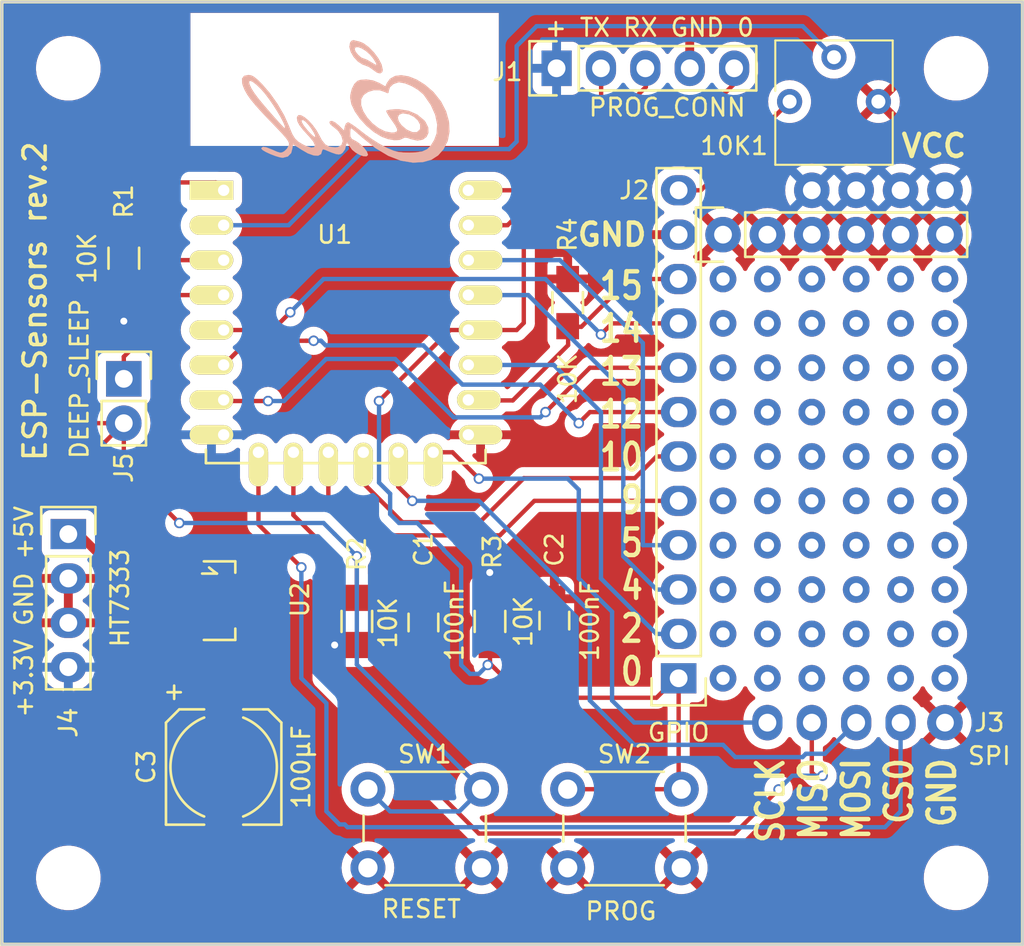
<source format=kicad_pcb>
(kicad_pcb (version 20221018) (generator pcbnew)
  (layers (0 "F.Cu" signal) (31 "B.Cu" signal) (34 "B.Paste" user) (35 "F.Paste" user) (36 "B.SilkS" user "B.Silkscreen") (37 "F.SilkS" user "F.Silkscreen") (38 "B.Mask" user) (39 "F.Mask" user) (44 "Edge.Cuts" user))
  (net 0 "")
  (net 1 "GND")
  (net 2 "Net-(10K1-Pad2)")
  (net 3 "/ANALOG_IN")
  (net 4 "Net-(C1-Pad1)")
  (net 5 "VCC")
  (net 6 "/TXD")
  (net 7 "/RXD")
  (net 8 "/GPIO0")
  (net 9 "/GPIO2")
  (net 10 "/GPIO4")
  (net 11 "/GPIO5")
  (net 12 "/GPIO9")
  (net 13 "/GPIO10")
  (net 14 "/GPIO12")
  (net 15 "/GPIO13")
  (net 16 "/GPIO14")
  (net 17 "/GPIO15")
  (net 18 "/CS0")
  (net 19 "/MOSI")
  (net 20 "/MISO")
  (net 21 "/SLCK")
  (net 22 "Net-(J4-Pad1)")
  (net 23 "Net-(R1-Pad1)")
  (net 24 "Net-(J5-Pad1)")
  (footprint "Capacitors_SMD:C_0805_HandSoldering" (layer "F.Cu") (at 131.445 97.135 -90)
    (fp_text reference "C1" (at -4.171 0 270) (layer "F.SilkS"))
    (fp_text value "100nF" (at -0.107 -1.778 270) (layer "F.SilkS"))
    (pad "1" smd rect (at -1.25 0 270) (size 1.5 1.25) (layers "F.Cu" "F.Paste" "F.Mask") (net 4 "Net-(C1-Pad1)"))
    (pad "2" smd rect (at 1.25 0 270) (size 1.5 1.25) (layers "F.Cu" "F.Paste" "F.Mask") (net 1 "GND"))
  )
  (footprint "Capacitors_SMD:C_0805_HandSoldering" (layer "F.Cu") (at 138.938 97.028 90)
    (fp_text reference "C2" (at 4.064 0 90) (layer "F.SilkS"))
    (fp_text value "100nF" (at 0 2.032 90) (layer "F.SilkS"))
    (pad "1" smd rect (at -1.25 0 90) (size 1.5 1.25) (layers "F.Cu" "F.Paste" "F.Mask") (net 5 "VCC"))
    (pad "2" smd rect (at 1.25 0 90) (size 1.5 1.25) (layers "F.Cu" "F.Paste" "F.Mask") (net 1 "GND"))
  )
  (footprint "Capacitors_SMD:c_elec_6.3x7.7" (layer "F.Cu") (at 120.015 105.41 -90)
    (fp_text reference "C3" (at 0 4.4323 270) (layer "F.SilkS"))
    (fp_text value "100µF" (at 0 -4.4323 270) (layer "F.SilkS"))
    (fp_text user "+" (at -4.2799 2.9083 270) (layer "F.SilkS"))
    (pad "1" smd rect (at -2.7 0 90) (size 3.5 1.6) (layers "F.Cu" "F.Paste" "F.Mask") (net 5 "VCC"))
    (pad "2" smd rect (at 2.7 0 90) (size 3.5 1.6) (layers "F.Cu" "F.Paste" "F.Mask") (net 1 "GND"))
  )
  (footprint "Pin_Headers:Pin_Header_Straight_1x12" (layer "F.Cu") (at 146.05 100.33 180)
    (fp_text reference "J2" (at 2.54 27.94 180) (layer "F.SilkS"))
    (fp_text value "GPIO" (at 0 -3.1 180) (layer "F.SilkS"))
    (pad "1" thru_hole rect (at 0 0 180) (size 2.032 1.7272) (drill 1.016) (layers "*.Cu" "*.Mask") (net 8 "/GPIO0"))
    (pad "2" thru_hole oval (at 0 2.54 180) (size 2.032 1.7272) (drill 1.016) (layers "*.Cu" "*.Mask") (net 9 "/GPIO2"))
    (pad "3" thru_hole oval (at 0 5.08 180) (size 2.032 1.7272) (drill 1.016) (layers "*.Cu" "*.Mask") (net 10 "/GPIO4"))
    (pad "4" thru_hole oval (at 0 7.62 180) (size 2.032 1.7272) (drill 1.016) (layers "*.Cu" "*.Mask") (net 11 "/GPIO5"))
    (pad "5" thru_hole oval (at 0 10.16 180) (size 2.032 1.7272) (drill 1.016) (layers "*.Cu" "*.Mask") (net 12 "/GPIO9"))
    (pad "6" thru_hole oval (at 0 12.7 180) (size 2.032 1.7272) (drill 1.016) (layers "*.Cu" "*.Mask") (net 13 "/GPIO10"))
    (pad "7" thru_hole oval (at 0 15.24 180) (size 2.032 1.7272) (drill 1.016) (layers "*.Cu" "*.Mask") (net 14 "/GPIO12"))
    (pad "8" thru_hole oval (at 0 17.78 180) (size 2.032 1.7272) (drill 1.016) (layers "*.Cu" "*.Mask") (net 15 "/GPIO13"))
    (pad "9" thru_hole oval (at 0 20.32 180) (size 2.032 1.7272) (drill 1.016) (layers "*.Cu" "*.Mask") (net 16 "/GPIO14"))
    (pad "10" thru_hole oval (at 0 22.86 180) (size 2.032 1.7272) (drill 1.016) (layers "*.Cu" "*.Mask") (net 17 "/GPIO15"))
    (pad "11" thru_hole oval (at 0 25.4 180) (size 2.032 1.7272) (drill 1.016) (layers "*.Cu" "*.Mask") (net 1 "GND"))
    (pad "12" thru_hole oval (at 0 27.94 180) (size 2.032 1.7272) (drill 1.016) (layers "*.Cu" "*.Mask") (net 3 "/ANALOG_IN"))
  )
  (footprint "Pin_Headers:Pin_Header_Straight_1x04" (layer "F.Cu") (at 111.125 92.075)
    (fp_text reference "J4" (at 0 10.795 90) (layer "F.SilkS"))
    (fp_text value "+3.3V GND +5V" (at -2.54 4.445 90) (layer "F.SilkS"))
    (pad "1" thru_hole rect (at 0 0) (size 2.032 1.7272) (drill 1.016) (layers "*.Cu" "*.Mask") (net 22 "Net-(J4-Pad1)"))
    (pad "2" thru_hole oval (at 0 2.54) (size 2.032 1.7272) (drill 1.016) (layers "*.Cu" "*.Mask") (net 1 "GND"))
    (pad "3" thru_hole oval (at 0 5.08) (size 2.032 1.7272) (drill 1.016) (layers "*.Cu" "*.Mask") (net 1 "GND"))
    (pad "4" thru_hole oval (at 0 7.62) (size 2.032 1.7272) (drill 1.016) (layers "*.Cu" "*.Mask") (net 5 "VCC"))
  )
  (footprint "Resistors_SMD:R_0805_HandSoldering" (layer "F.Cu") (at 114.3 76.28 -90)
    (fp_text reference "R1" (at -3.255 0 270) (layer "F.SilkS"))
    (fp_text value "10K" (at 0 2.1 270) (layer "F.SilkS"))
    (pad "1" smd rect (at -1.35 0 270) (size 1.5 1.3) (layers "F.Cu" "F.Paste" "F.Mask") (net 23 "Net-(R1-Pad1)"))
    (pad "2" smd rect (at 1.35 0 270) (size 1.5 1.3) (layers "F.Cu" "F.Paste" "F.Mask") (net 5 "VCC"))
  )
  (footprint "Resistors_SMD:R_0805_HandSoldering" (layer "F.Cu") (at 127.635 97.075 -90)
    (fp_text reference "R2" (at -3.857 0 270) (layer "F.SilkS"))
    (fp_text value "10K" (at 0.08 -1.778 270) (layer "F.SilkS"))
    (pad "1" smd rect (at -1.35 0 270) (size 1.5 1.3) (layers "F.Cu" "F.Paste" "F.Mask") (net 4 "Net-(C1-Pad1)"))
    (pad "2" smd rect (at 1.35 0 270) (size 1.5 1.3) (layers "F.Cu" "F.Paste" "F.Mask") (net 5 "VCC"))
  )
  (footprint "Resistors_SMD:R_0805_HandSoldering" (layer "F.Cu") (at 135.255 97.075 90)
    (fp_text reference "R3" (at 3.984 0.127 90) (layer "F.SilkS"))
    (fp_text value "10K" (at 0 1.905 90) (layer "F.SilkS"))
    (pad "1" smd rect (at -1.35 0 90) (size 1.5 1.3) (layers "F.Cu" "F.Paste" "F.Mask") (net 8 "/GPIO0"))
    (pad "2" smd rect (at 1.35 0 90) (size 1.5 1.3) (layers "F.Cu" "F.Paste" "F.Mask") (net 5 "VCC"))
  )
  (footprint "Buttons_Switches_THT:SW_PUSH_6mm" (layer "F.Cu") (at 128.27 106.68)
    (fp_text reference "SW1" (at 3.25 -2) (layer "F.SilkS"))
    (fp_text value "RESET" (at 3.048 6.858) (layer "F.SilkS"))
    (pad "1" thru_hole circle (at 0 0 90) (size 2 2) (drill 1.1) (layers "*.Cu" "*.Mask") (net 4 "Net-(C1-Pad1)"))
    (pad "1" thru_hole circle (at 6.5 0 90) (size 2 2) (drill 1.1) (layers "*.Cu" "*.Mask") (net 4 "Net-(C1-Pad1)"))
    (pad "2" thru_hole circle (at 0 4.5 90) (size 2 2) (drill 1.1) (layers "*.Cu" "*.Mask") (net 1 "GND"))
    (pad "2" thru_hole circle (at 6.5 4.5 90) (size 2 2) (drill 1.1) (layers "*.Cu" "*.Mask") (net 1 "GND"))
  )
  (footprint "Buttons_Switches_THT:SW_PUSH_6mm" (layer "F.Cu") (at 139.7 106.68)
    (fp_text reference "SW2" (at 3.25 -2) (layer "F.SilkS"))
    (fp_text value "PROG" (at 3.048 6.985) (layer "F.SilkS"))
    (pad "1" thru_hole circle (at 0 0 90) (size 2 2) (drill 1.1) (layers "*.Cu" "*.Mask") (net 8 "/GPIO0"))
    (pad "1" thru_hole circle (at 6.5 0 90) (size 2 2) (drill 1.1) (layers "*.Cu" "*.Mask") (net 8 "/GPIO0"))
    (pad "2" thru_hole circle (at 0 4.5 90) (size 2 2) (drill 1.1) (layers "*.Cu" "*.Mask") (net 1 "GND"))
    (pad "2" thru_hole circle (at 6.5 4.5 90) (size 2 2) (drill 1.1) (layers "*.Cu" "*.Mask") (net 1 "GND"))
  )
  (footprint "ESP8266:ESP-12E" (layer "F.Cu") (at 120.015 72.39)
    (fp_text reference "U1" (at 6.35 2.54) (layer "F.SilkS"))
    (fp_text value "ESP-12E" hide)
    (pad "1" thru_hole rect (at 0 0) (size 2.5 1.1) (drill 0.65 (offset -0.7 0)) (layers "*.Cu" "*.Mask" "F.SilkS") (net 4 "Net-(C1-Pad1)"))
    (pad "2" thru_hole oval (at 0 2) (size 2.5 1.1) (drill 0.65 (offset -0.7 0)) (layers "*.Cu" "*.Mask" "F.SilkS") (net 2 "Net-(10K1-Pad2)"))
    (pad "3" thru_hole oval (at 0 4) (size 2.5 1.1) (drill 0.65 (offset -0.7 0)) (layers "*.Cu" "*.Mask" "F.SilkS") (net 23 "Net-(R1-Pad1)"))
    (pad "4" thru_hole oval (at 0 6) (size 2.5 1.1) (drill 0.65 (offset -0.7 0)) (layers "*.Cu" "*.Mask" "F.SilkS") (net 24 "Net-(J5-Pad1)"))
    (pad "5" thru_hole oval (at 0 8) (size 2.5 1.1) (drill 0.65 (offset -0.7 0)) (layers "*.Cu" "*.Mask" "F.SilkS") (net 16 "/GPIO14"))
    (pad "6" thru_hole oval (at 0 10) (size 2.5 1.1) (drill 0.65 (offset -0.7 0)) (layers "*.Cu" "*.Mask" "F.SilkS") (net 14 "/GPIO12"))
    (pad "7" thru_hole oval (at 0 12) (size 2.5 1.1) (drill 0.65 (offset -0.7 0)) (layers "*.Cu" "*.Mask" "F.SilkS") (net 15 "/GPIO13"))
    (pad "8" thru_hole oval (at 0 14) (size 2.5 1.1) (drill 0.65 (offset -0.7 0)) (layers "*.Cu" "*.Mask" "F.SilkS") (net 5 "VCC"))
    (pad "9" thru_hole oval (at 14 14) (size 2.5 1.1) (drill 0.65 (offset 0.7 0)) (layers "*.Cu" "*.Mask" "F.SilkS") (net 1 "GND"))
    (pad "10" thru_hole oval (at 14 12) (size 2.5 1.1) (drill 0.65 (offset 0.6 0)) (layers "*.Cu" "*.Mask" "F.SilkS") (net 17 "/GPIO15"))
    (pad "11" thru_hole oval (at 14 10) (size 2.5 1.1) (drill 0.65 (offset 0.7 0)) (layers "*.Cu" "*.Mask" "F.SilkS") (net 9 "/GPIO2"))
    (pad "12" thru_hole oval (at 14 8) (size 2.5 1.1) (drill 0.65 (offset 0.7 0)) (layers "*.Cu" "*.Mask" "F.SilkS") (net 8 "/GPIO0"))
    (pad "13" thru_hole oval (at 14 6) (size 2.5 1.1) (drill 0.65 (offset 0.7 0)) (layers "*.Cu" "*.Mask" "F.SilkS") (net 10 "/GPIO4"))
    (pad "14" thru_hole oval (at 14 4) (size 2.5 1.1) (drill 0.65 (offset 0.7 0)) (layers "*.Cu" "*.Mask" "F.SilkS") (net 11 "/GPIO5"))
    (pad "15" thru_hole oval (at 14 2) (size 2.5 1.1) (drill 0.65 (offset 0.7 0)) (layers "*.Cu" "*.Mask" "F.SilkS") (net 7 "/RXD"))
    (pad "16" thru_hole oval (at 14 0) (size 2.5 1.1) (drill 0.65 (offset 0.7 0)) (layers "*.Cu" "*.Mask" "F.SilkS") (net 6 "/TXD"))
    (pad "17" thru_hole oval (at 1.99 15 90) (size 2.5 1.1) (drill 0.65 (offset -0.7 0)) (layers "*.Cu" "*.Mask" "F.SilkS") (net 18 "/CS0"))
    (pad "18" thru_hole oval (at 3.99 15 90) (size 2.5 1.1) (drill 0.65 (offset -0.7 0)) (layers "*.Cu" "*.Mask" "F.SilkS") (net 20 "/MISO"))
    (pad "19" thru_hole oval (at 5.99 15 90) (size 2.5 1.1) (drill 0.65 (offset -0.7 0)) (layers "*.Cu" "*.Mask" "F.SilkS") (net 12 "/GPIO9"))
    (pad "20" thru_hole oval (at 7.99 15 90) (size 2.5 1.1) (drill 0.65 (offset -0.7 0)) (layers "*.Cu" "*.Mask" "F.SilkS") (net 13 "/GPIO10"))
    (pad "21" thru_hole oval (at 9.99 15 90) (size 2.5 1.1) (drill 0.65 (offset -0.7 0)) (layers "*.Cu" "*.Mask" "F.SilkS") (net 19 "/MOSI"))
    (pad "22" thru_hole oval (at 11.99 15 90) (size 2.5 1.1) (drill 0.65 (offset -0.7 0)) (layers "*.Cu" "*.Mask" "F.SilkS") (net 21 "/SLCK"))
  )
  (footprint "Mounting_Holes:MountingHole_3.2mm_M3" (layer "F.Cu") (at 111.125 65.405)
    (fp_text reference "REF**" hide)
    (fp_text value "MountingHole_3.2mm_M3" hide)
    (pad "" np_thru_hole circle (at 0 0) (size 3.2 3.2) (drill 3.2) (layers "*.Cu" "*.Mask"))
  )
  (footprint "Mounting_Holes:MountingHole_3.2mm_M3" (layer "F.Cu") (at 111.125 111.76)
    (fp_text reference "REF**" hide)
    (fp_text value "MountingHole_3.2mm_M3" hide)
    (pad "" np_thru_hole circle (at 0 0) (size 3.2 3.2) (drill 3.2) (layers "*.Cu" "*.Mask"))
  )
  (footprint "Mounting_Holes:MountingHole_3.2mm_M3" (layer "F.Cu") (at 161.925 65.405)
    (fp_text reference "REF**" hide)
    (fp_text value "MountingHole_3.2mm_M3" hide)
    (pad "" np_thru_hole circle (at 0 0) (size 3.2 3.2) (drill 3.2) (layers "*.Cu" "*.Mask"))
  )
  (footprint "Mounting_Holes:MountingHole_3.2mm_M3" (layer "F.Cu") (at 161.925 111.76)
    (fp_text reference "REF**" hide)
    (fp_text value "MountingHole_3.2mm_M3" hide)
    (pad "" np_thru_hole circle (at 0 0) (size 3.2 3.2) (drill 3.2) (layers "*.Cu" "*.Mask"))
  )
  (footprint "ESP-RS232:proto_grid_6x10" (layer "F.Cu") (at 152.908 74.93)
    (fp_text reference "" hide)
    (fp_text value "proto_grid_6x10" hide)
    (pad "1" thru_hole circle (at -4.318 2.54) (size 1.524 1.524) (drill 0.762) (layers "*.Cu" "*.Mask"))
    (pad "12" thru_hole circle (at -4.318 5.08) (size 1.524 1.524) (drill 0.762) (layers "*.Cu" "*.Mask"))
    (pad "13" thru_hole circle (at -4.318 7.62) (size 1.524 1.524) (drill 0.762) (layers "*.Cu" "*.Mask"))
    (pad "14" thru_hole circle (at -4.318 10.16) (size 1.524 1.524) (drill 0.762) (layers "*.Cu" "*.Mask"))
    (pad "15" thru_hole circle (at -4.318 12.7) (size 1.524 1.524) (drill 0.762) (layers "*.Cu" "*.Mask"))
    (pad "16" thru_hole circle (at -4.318 15.24) (size 1.524 1.524) (drill 0.762) (layers "*.Cu" "*.Mask"))
    (pad "17" thru_hole circle (at -4.318 17.78) (size 1.524 1.524) (drill 0.762) (layers "*.Cu" "*.Mask"))
    (pad "18" thru_hole circle (at -4.318 20.32) (size 1.524 1.524) (drill 0.762) (layers "*.Cu" "*.Mask"))
    (pad "19" thru_hole circle (at -4.318 22.86) (size 1.524 1.524) (drill 0.762) (layers "*.Cu" "*.Mask"))
    (pad "21" thru_hole circle (at -1.778 2.54) (size 1.524 1.524) (drill 0.762) (layers "*.Cu" "*.Mask"))
    (pad "22" thru_hole circle (at -1.778 5.08) (size 1.524 1.524) (drill 0.762) (layers "*.Cu" "*.Mask"))
    (pad "23" thru_hole circle (at -1.778 7.62) (size 1.524 1.524) (drill 0.762) (layers "*.Cu" "*.Mask"))
    (pad "24" thru_hole circle (at -1.778 10.16) (size 1.524 1.524) (drill 0.762) (layers "*.Cu" "*.Mask"))
    (pad "25" thru_hole circle (at -1.778 12.7) (size 1.524 1.524) (drill 0.762) (layers "*.Cu" "*.Mask"))
    (pad "26" thru_hole circle (at -1.778 15.24) (size 1.524 1.524) (drill 0.762) (layers "*.Cu" "*.Mask"))
    (pad "27" thru_hole circle (at -1.778 17.78) (size 1.524 1.524) (drill 0.762) (layers "*.Cu" "*.Mask"))
    (pad "28" thru_hole circle (at -1.778 20.32) (size 1.524 1.524) (drill 0.762) (layers "*.Cu" "*.Mask"))
    (pad "29" thru_hole circle (at -1.778 22.86) (size 1.524 1.524) (drill 0.762) (layers "*.Cu" "*.Mask"))
    (pad "31" thru_hole circle (at 0.762 2.54) (size 1.524 1.524) (drill 0.762) (layers "*.Cu" "*.Mask"))
    (pad "32" thru_hole circle (at 0.762 5.08) (size 1.524 1.524) (drill 0.762) (layers "*.Cu" "*.Mask"))
    (pad "33" thru_hole circle (at 0.762 7.62) (size 1.524 1.524) (drill 0.762) (layers "*.Cu" "*.Mask"))
    (pad "34" thru_hole circle (at 0.762 10.16) (size 1.524 1.524) (drill 0.762) (layers "*.Cu" "*.Mask"))
    (pad "35" thru_hole circle (at 0.762 12.7) (size 1.524 1.524) (drill 0.762) (layers "*.Cu" "*.Mask"))
    (pad "36" thru_hole circle (at 0.762 15.24) (size 1.524 1.524) (drill 0.762) (layers "*.Cu" "*.Mask"))
    (pad "37" thru_hole circle (at 0.762 17.78) (size 1.524 1.524) (drill 0.762) (layers "*.Cu" "*.Mask"))
    (pad "38" thru_hole circle (at 0.762 20.32) (size 1.524 1.524) (drill 0.762) (layers "*.Cu" "*.Mask"))
    (pad "39" thru_hole circle (at 0.762 22.86) (size 1.524 1.524) (drill 0.762) (layers "*.Cu" "*.Mask"))
    (pad "41" thru_hole circle (at 3.302 2.54) (size 1.524 1.524) (drill 0.762) (layers "*.Cu" "*.Mask"))
    (pad "42" thru_hole circle (at 3.302 5.08) (size 1.524 1.524) (drill 0.762) (layers "*.Cu" "*.Mask"))
    (pad "43" thru_hole circle (at 3.302 7.62) (size 1.524 1.524) (drill 0.762) (layers "*.Cu" "*.Mask"))
    (pad "44" thru_hole circle (at 3.302 10.16) (size 1.524 1.524) (drill 0.762) (layers "*.Cu" "*.Mask"))
    (pad "45" thru_hole circle (at 3.302 12.7) (size 1.524 1.524) (drill 0.762) (layers "*.Cu" "*.Mask"))
    (pad "46" thru_hole circle (at 3.302 15.24) (size 1.524 1.524) (drill 0.762) (layers "*.Cu" "*.Mask"))
    (pad "47" thru_hole circle (at 3.302 17.78) (size 1.524 1.524) (drill 0.762) (layers "*.Cu" "*.Mask"))
    (pad "48" thru_hole circle (at 3.302 20.32) (size 1.524 1.524) (drill 0.762) (layers "*.Cu" "*.Mask"))
    (pad "49" thru_hole circle (at 3.302 22.86) (size 1.524 1.524) (drill 0.762) (layers "*.Cu" "*.Mask"))
    (pad "51" thru_hole circle (at 5.842 2.54) (size 1.524 1.524) (drill 0.762) (layers "*.Cu" "*.Mask"))
    (pad "52" thru_hole circle (at 5.842 5.08) (size 1.524 1.524) (drill 0.762) (layers "*.Cu" "*.Mask"))
    (pad "53" thru_hole circle (at 5.842 7.62) (size 1.524 1.524) (drill 0.762) (layers "*.Cu" "*.Mask"))
    (pad "54" thru_hole circle (at 5.842 10.16) (size 1.524 1.524) (drill 0.762) (layers "*.Cu" "*.Mask"))
    (pad "55" thru_hole circle (at 5.842 12.7) (size 1.524 1.524) (drill 0.762) (layers "*.Cu" "*.Mask"))
    (pad "56" thru_hole circle (at 5.842 15.24) (size 1.524 1.524) (drill 0.762) (layers "*.Cu" "*.Mask"))
    (pad "57" thru_hole circle (at 5.842 17.78) (size 1.524 1.524) (drill 0.762) (layers "*.Cu" "*.Mask"))
    (pad "58" thru_hole circle (at 5.842 20.32) (size 1.524 1.524) (drill 0.762) (layers "*.Cu" "*.Mask"))
    (pad "59" thru_hole circle (at 5.842 22.86) (size 1.524 1.524) (drill 0.762) (layers "*.Cu" "*.Mask"))
    (pad "61" thru_hole circle (at 8.382 2.54) (size 1.524 1.524) (drill 0.762) (layers "*.Cu" "*.Mask"))
    (pad "62" thru_hole circle (at 8.382 5.08) (size 1.524 1.524) (drill 0.762) (layers "*.Cu" "*.Mask"))
    (pad "63" thru_hole circle (at 8.382 7.62) (size 1.524 1.524) (drill 0.762) (layers "*.Cu" "*.Mask"))
    (pad "64" thru_hole circle (at 8.382 10.16) (size 1.524 1.524) (drill 0.762) (layers "*.Cu" "*.Mask"))
    (pad "65" thru_hole circle (at 8.382 12.7) (size 1.524 1.524) (drill 0.762) (layers "*.Cu" "*.Mask"))
    (pad "66" thru_hole circle (at 8.382 15.24) (size 1.524 1.524) (drill 0.762) (layers "*.Cu" "*.Mask"))
    (pad "67" thru_hole circle (at 8.382 17.78) (size 1.524 1.524) (drill 0.762) (layers "*.Cu" "*.Mask"))
    (pad "68" thru_hole circle (at 8.382 20.32) (size 1.524 1.524) (drill 0.762) (layers "*.Cu" "*.Mask"))
    (pad "69" thru_hole circle (at 8.382 22.86) (size 1.524 1.524) (drill 0.762) (layers "*.Cu" "*.Mask"))
    (pad "110" thru_hole circle (at -4.318 25.4) (size 1.524 1.524) (drill 0.762) (layers "*.Cu" "*.Mask"))
    (pad "210" thru_hole circle (at -1.778 25.4) (size 1.524 1.524) (drill 0.762) (layers "*.Cu" "*.Mask"))
    (pad "310" thru_hole circle (at 0.762 25.4) (size 1.524 1.524) (drill 0.762) (layers "*.Cu" "*.Mask"))
    (pad "410" thru_hole circle (at 3.302 25.4) (size 1.524 1.524) (drill 0.762) (layers "*.Cu" "*.Mask"))
    (pad "510" thru_hole circle (at 5.842 25.4) (size 1.524 1.524) (drill 0.762) (layers "*.Cu" "*.Mask"))
    (pad "610" thru_hole circle (at 8.382 25.4) (size 1.524 1.524) (drill 0.762) (layers "*.Cu" "*.Mask"))
  )
  (footprint "Pin_Headers:Pin_Header_Straight_1x06" (layer "F.Cu") (at 148.59 74.93 90)
    (fp_text reference "REF**" hide)
    (fp_text value "GPIO" hide)
    (pad "1" thru_hole circle (at 0 0 90) (size 2.032 2.032) (drill 1.016) (layers "*.Cu" "*.Mask") (net 1 "GND"))
    (pad "2" thru_hole circle (at 0 2.54 90) (size 2.032 2.032) (drill 1.016) (layers "*.Cu" "*.Mask") (net 1 "GND"))
    (pad "3" thru_hole circle (at 0 5.08 90) (size 2.032 2.032) (drill 1.016) (layers "*.Cu" "*.Mask") (net 1 "GND"))
    (pad "4" thru_hole circle (at 0 7.62 90) (size 2.032 2.032) (drill 1.016) (layers "*.Cu" "*.Mask") (net 1 "GND"))
    (pad "5" thru_hole circle (at 0 10.16 90) (size 2.032 2.032) (drill 1.016) (layers "*.Cu" "*.Mask") (net 1 "GND"))
    (pad "6" thru_hole circle (at 0 12.7 90) (size 2.032 2.032) (drill 1.016) (layers "*.Cu" "*.Mask") (net 1 "GND"))
  )
  (footprint "Pin_Headers:Pin_Header_Straight_1x02" (layer "F.Cu") (at 114.3 83.185)
    (fp_text reference "J5" (at 0 5.1 90) (layer "F.SilkS"))
    (fp_text value "DEEP_SLEEP" (at -2.54 0 90) (layer "F.SilkS"))
    (pad "1" thru_hole rect (at 0 0) (size 2.032 2.032) (drill 1.016) (layers "*.Cu" "*.Mask") (net 24 "Net-(J5-Pad1)"))
    (pad "2" thru_hole oval (at 0 2.54) (size 2.032 2.032) (drill 1.016) (layers "*.Cu" "*.Mask") (net 4 "Net-(C1-Pad1)"))
  )
  (footprint "Potentiometers:Potentiometer_Trimmer_Vishay_T73YP_Horizontal" (layer "F.Cu") (at 157.48 67.31 90)
    (fp_text reference "10K1" (at -2.54 -8.255 180) (layer "F.SilkS"))
    (fp_text value "POT")
    (pad "1" thru_hole circle (at 0 0 90) (size 1.44 1.44) (drill 0.8) (layers "*.Cu" "*.Mask") (net 1 "GND"))
    (pad "2" thru_hole circle (at 2.54 -2.54 90) (size 1.44 1.44) (drill 0.8) (layers "*.Cu" "*.Mask") (net 2 "Net-(10K1-Pad2)"))
    (pad "3" thru_hole circle (at 0 -5.08 90) (size 1.44 1.44) (drill 0.8) (layers "*.Cu" "*.Mask") (net 3 "/ANALOG_IN"))
  )
  (footprint "ESP-RS232:SPI_Header" (layer "F.Cu") (at 161.29 102.87 -90)
    (fp_text reference "J3" (at 0 -2.54) (layer "F.SilkS"))
    (fp_text value "SPI" (at 1.905 -2.54) (layer "F.SilkS"))
    (pad "1" thru_hole circle (at 0 0 270) (size 2.032 2.032) (drill 1.016) (layers "*.Cu" "*.Mask") (net 1 "GND"))
    (pad "2" thru_hole oval (at 0 2.54 270) (size 2.032 1.7272) (drill 1.016) (layers "*.Cu" "*.Mask") (net 18 "/CS0"))
    (pad "3" thru_hole oval (at 0 5.08 270) (size 2.032 1.7272) (drill 1.016) (layers "*.Cu" "*.Mask") (net 19 "/MOSI"))
    (pad "4" thru_hole oval (at 0 7.62 270) (size 2.032 1.7272) (drill 1.016) (layers "*.Cu" "*.Mask") (net 20 "/MISO"))
    (pad "5" thru_hole oval (at 0 10.16 270) (size 2.032 1.7272) (drill 1.016) (layers "*.Cu" "*.Mask") (net 21 "/SLCK"))
  )
  (footprint "Pin_Headers:Pin_Header_Straight_1x06" (layer "F.Cu") (at 148.59 72.39 90)
    (fp_text reference "REF**" hide)
    (fp_text value "GPIO" hide)
    (pad "3" thru_hole circle (at 0 5.08 90) (size 2.032 2.032) (drill 1.016) (layers "*.Cu" "*.Mask") (net 5 "VCC"))
    (pad "4" thru_hole circle (at 0 7.62 90) (size 2.032 2.032) (drill 1.016) (layers "*.Cu" "*.Mask") (net 5 "VCC"))
    (pad "5" thru_hole circle (at 0 10.16 90) (size 2.032 2.032) (drill 1.016) (layers "*.Cu" "*.Mask") (net 5 "VCC"))
    (pad "6" thru_hole circle (at 0 12.7 90) (size 2.032 2.032) (drill 1.016) (layers "*.Cu" "*.Mask") (net 5 "VCC"))
  )
  (footprint "TO_SOT_Packages_SMD:SOT89-3_Housing_Handsoldering" (layer "F.Cu") (at 119.38 95.885 -90)
    (fp_text reference "U2" (at -0.0508 -5.00126 270) (layer "F.SilkS"))
    (fp_text value "HT7333" (at -0.14986 5.30098 270) (layer "F.SilkS"))
    (pad "1" smd rect (at -1.50114 2.35204 270) (size 1.00076 2.5019) (layers "F.Cu" "F.Paste" "F.Mask") (net 1 "GND"))
    (pad "2" smd rect (at 0 -1.6002 270) (size 1.99898 4.0005) (layers "F.Cu" "F.Paste" "F.Mask") (net 22 "Net-(J4-Pad1)"))
    (pad "2" smd trapezoid (at 0 0.7493 90) (size 1.50114 0.7493) (rect_delta 0 0.50038) (layers "F.Cu" "F.Paste" "F.Mask") (net 22 "Net-(J4-Pad1)"))
    (pad "2" smd rect (at 0 2.35204 270) (size 1.00076 2.5019) (layers "F.Cu" "F.Paste" "F.Mask") (net 22 "Net-(J4-Pad1)"))
    (pad "3" smd rect (at 1.50114 2.35204 270) (size 1.00076 2.5019) (layers "F.Cu" "F.Paste" "F.Mask") (net 5 "VCC"))
  )
  (footprint "Resistors_SMD:R_0805_HandSoldering" (layer "F.Cu") (at 139.7 78.82 -90)
    (fp_text reference "R4" (at -3.89 0 270) (layer "F.SilkS"))
    (fp_text value "10K" (at 4.365 0 270) (layer "F.SilkS"))
    (pad "1" smd rect (at -1.35 0 270) (size 1.5 1.3) (layers "F.Cu" "F.Paste" "F.Mask") (net 1 "GND"))
    (pad "2" smd rect (at 1.35 0 270) (size 1.5 1.3) (layers "F.Cu" "F.Paste" "F.Mask") (net 17 "/GPIO15"))
  )
  (footprint "ESP-RS232:Pin_Header_Straight_1x05b" (layer "F.Cu") (at 144.379852 62.057922)
    (fp_text reference "J1" (at -8.128 3.556 180) (layer "F.SilkS"))
    (fp_text value "PROG_CONN" (at 1.016 5.588 180) (layer "F.SilkS"))
    (fp_text user "+ TX RX GND 0" (at 0 1.016) (layer "F.SilkS"))
    (pad "1" thru_hole rect (at -5.314852 3.347078 90) (size 2.032 1.7272) (drill 1.016) (layers "*.Cu" "*.Mask") (net 5 "VCC"))
    (pad "2" thru_hole oval (at -2.774852 3.347078 90) (size 2.032 1.7272) (drill 1.016) (layers "*.Cu" "*.Mask") (net 6 "/TXD"))
    (pad "3" thru_hole oval (at -0.234852 3.347078 90) (size 2.032 1.7272) (drill 1.016) (layers "*.Cu" "*.Mask") (net 7 "/RXD"))
    (pad "4" thru_hole oval (at 2.305148 3.347078 90) (size 2.032 1.7272) (drill 1.016) (layers "*.Cu" "*.Mask") (net 1 "GND"))
    (pad "5" thru_hole oval (at 4.845148 3.347078 90) (size 2.032 1.7272) (drill 1.016) (layers "*.Cu" "*.Mask") (net 8 "/GPIO0"))
  )
  (footprint "ESP-RS232:LOGO2" (layer "B.Cu") (at 127 67.31 180)
    (fp_text reference "G***" hide)
    (fp_text value "LOGO" hide)
  )
  (gr_line (start 107.315 115.57) (end 165.735 115.57) (stroke (width 0.2)) (layer "F.SilkS"))
  (gr_line (start 165.735 115.57) (end 165.735 109.855) (stroke (width 0.2)) (layer "F.SilkS"))
  (gr_line (start 107.315 61.595) (end 165.735 61.595) (stroke (width 0.2)) (layer "F.SilkS"))
  (gr_line (start 107.315 61.595) (end 107.315 115.57) (stroke (width 0.2)) (layer "F.SilkS"))
  (gr_line (start 165.735 61.595) (end 165.735 109.855) (stroke (width 0.2)) (layer "F.SilkS"))
  (gr_line (start 165.735 115.57) (end 107.315 115.57) (stroke (width 0.15)) (layer "Edge.Cuts"))
  (gr_line (start 107.315 61.595) (end 165.735 61.595) (stroke (width 0.15)) (layer "Edge.Cuts"))
  (gr_line (start 107.315 115.57) (end 107.315 61.595) (stroke (width 0.15)) (layer "Edge.Cuts"))
  (gr_line (start 165.735 61.595) (end 165.735 115.57) (stroke (width 0.15)) (layer "Edge.Cuts"))
  (gr_text "SCLK\nMISO\nMOSI\nCS0\nGND" (at 156.21 104.775 90) (layer "F.SilkS") (effects (font (size 1.524 1.27) (thickness 0.254)) (justify right)))
  (gr_text "VCC" (at 160.655 69.85) (layer "F.SilkS") (effects (font (size 1.27 1.27) (thickness 0.254))))
  (gr_text "15\n14\n13\n12\n10\n9\n5\n4\n2\n0" (at 144.145 88.9) (layer "F.SilkS") (effects (font (size 1.524 1.27) (thickness 0.254)) (justify right)))
  (gr_text "GND" (at 142.24 74.93) (layer "F.SilkS") (effects (font (size 1.27 1.27) (thickness 0.254))))
  (gr_text "ESP-Sensors rev.2" (at 109.22 78.74 90) (layer "F.SilkS") (effects (font (size 1.27 1.27) (thickness 0.2032))))
  (segment (start 136.779 64.135) (end 137.922 62.992) (width 0.25) (layer "B.Cu") (net 2))
  (segment (start 123.73 74.39) (end 128.089503 70.030497) (width 0.25) (layer "B.Cu") (net 2))
  (segment (start 128.089503 70.030497) (end 136.344503 70.030497) (width 0.25) (layer "B.Cu") (net 2))
  (segment (start 136.344503 70.030497) (end 136.779 69.596) (width 0.25) (layer "B.Cu") (net 2))
  (segment (start 137.922 62.992) (end 153.145685 62.992) (width 0.25) (layer "B.Cu") (net 2))
  (segment (start 120.015 74.39) (end 123.73 74.39) (width 0.25) (layer "B.Cu") (net 2))
  (segment (start 153.145685 62.992) (end 154.905962 64.752277) (width 0.25) (layer "B.Cu") (net 2))
  (segment (start 136.779 69.596) (end 136.779 64.135) (width 0.25) (layer "B.Cu") (net 2))
  (segment (start 152.4 67.31) (end 147.32 72.39) (width 0.25) (layer "F.Cu") (net 3))
  (segment (start 147.32 72.39) (end 146.05 72.39) (width 0.25) (layer "F.Cu") (net 3))
  (segment (start 127.635 93.345) (end 127.635 95.725) (width 0.25) (layer "F.Cu") (net 4))
  (segment (start 112.95 86.915) (end 113.03 86.915) (width 0.25) (layer "F.Cu") (net 4))
  (segment (start 127.795 95.885) (end 127.635 95.725) (width 0.25) (layer "F.Cu") (net 4))
  (segment (start 131.445 95.885) (end 127.795 95.885) (width 0.25) (layer "F.Cu") (net 4))
  (segment (start 114.3 85.725) (end 114.3 88.265) (width 0.25) (layer "F.Cu") (net 4))
  (segment (start 120.015 72.39) (end 119.563921 71.938921) (width 0.25) (layer "F.Cu") (net 4))
  (segment (start 114.3 88.265) (end 117.475 91.44) (width 0.25) (layer "F.Cu") (net 4))
  (segment (start 114.3 85.725) (end 113.03 86.995) (width 0.25) (layer "F.Cu") (net 4))
  (segment (start 111.76 85.725) (end 112.95 86.915) (width 0.25) (layer "F.Cu") (net 4))
  (segment (start 119.563921 71.938921) (end 113.954984 71.938921) (width 0.25) (layer "F.Cu") (net 4))
  (segment (start 112.95 86.915) (end 113.03 86.995) (width 0.25) (layer "F.Cu") (net 4))
  (segment (start 113.954984 71.938921) (end 111.76 74.133905) (width 0.25) (layer "F.Cu") (net 4))
  (segment (start 114.3 85.725) (end 111.76 85.725) (width 0.25) (layer "F.Cu") (net 4))
  (segment (start 111.76 74.133905) (end 111.76 85.725) (width 0.25) (layer "F.Cu") (net 4))
  (segment (start 113.03 86.995) (end 114.3 88.265) (width 0.25) (layer "F.Cu") (net 4))
  (via (at 127.635 93.345) (size 0.6) (drill 0.4) (layers "F.Cu" "B.Cu") (net 4))
  (via (at 117.475 91.44) (size 0.6) (drill 0.4) (layers "F.Cu" "B.Cu") (net 4))
  (segment (start 132.409 104.319) (end 134.77 106.68) (width 0.25) (layer "B.Cu") (net 4))
  (segment (start 134.77 106.68) (end 133.5 107.95) (width 0.25) (layer "B.Cu") (net 4))
  (segment (start 133.5 107.95) (end 129.54 107.95) (width 0.25) (layer "B.Cu") (net 4))
  (segment (start 125.73 91.44) (end 117.475 91.44) (width 0.25) (layer "B.Cu") (net 4))
  (segment (start 127.635 99.545) (end 132.409 104.319) (width 0.25) (layer "B.Cu") (net 4))
  (segment (start 127.635 93.345) (end 127.635 99.545) (width 0.25) (layer "B.Cu") (net 4))
  (segment (start 129.54 107.95) (end 128.27 106.68) (width 0.25) (layer "B.Cu") (net 4))
  (segment (start 127.635 93.345) (end 126.365 92.075) (width 0.25) (layer "B.Cu") (net 4))
  (segment (start 126.365 92.075) (end 125.73 91.44) (width 0.25) (layer "B.Cu") (net 4))
  (segment (start 115.91652 99.695) (end 117.475 99.695) (width 0.504) (layer "F.Cu") (net 5))
  (segment (start 135.255 94.289415) (end 135.240888 94.275303) (width 0.504) (layer "F.Cu") (net 5))
  (segment (start 137.808 98.278) (end 135.255 95.725) (width 0.504) (layer "F.Cu") (net 5))
  (segment (start 138.938 98.278) (end 137.808 98.278) (width 0.504) (layer "F.Cu") (net 5))
  (segment (start 135.255 95.725) (end 135.255 94.289415) (width 0.504) (layer "F.Cu") (net 5))
  (segment (start 117.475 98.13652) (end 119.03348 99.695) (width 0.504) (layer "F.Cu") (net 5))
  (segment (start 117.475 98.13652) (end 117.475 97.52838) (width 0.504) (layer "F.Cu") (net 5))
  (segment (start 117.475 97.52838) (end 117.33276 97.38614) (width 0.504) (layer "F.Cu") (net 5))
  (segment (start 120.015 100.67652) (end 120.015 102.71) (width 0.504) (layer "F.Cu") (net 5))
  (segment (start 115.91652 99.695) (end 117.475 98.13652) (width 0.504) (layer "F.Cu") (net 5))
  (segment (start 114.3 77.63) (end 114.3 79.883) (width 0.504) (layer "F.Cu") (net 5))
  (segment (start 119.03348 99.695) (end 120.015 100.67652) (width 0.504) (layer "F.Cu") (net 5))
  (segment (start 111.125 99.695) (end 115.91652 99.695) (width 0.504) (layer "F.Cu") (net 5))
  (segment (start 127.635 98.425) (end 126.365 98.425) (width 0.504) (layer "F.Cu") (net 5))
  (segment (start 117.475 99.695) (end 119.03348 99.695) (width 0.504) (layer "F.Cu") (net 5))
  (via (at 114.3 79.883) (size 0.6) (drill 0.4) (layers "F.Cu" "B.Cu") (net 5))
  (via (at 126.365 98.425) (size 0.6) (drill 0.4) (layers "F.Cu" "B.Cu") (net 5))
  (via (at 135.240888 94.275303) (size 0.6) (drill 0.4) (layers "F.Cu" "B.Cu") (net 5))
  (segment (start 111.125 99.695) (end 114.935 99.695) (width 0.504) (layer "B.Cu") (net 5))
  (segment (start 141.614674 65.427486) (end 141.614674 67.856438) (width 0.25) (layer "F.Cu") (net 6))
  (segment (start 137.081112 72.39) (end 134.015 72.39) (width 0.25) (layer "F.Cu") (net 6))
  (segment (start 141.614674 67.856438) (end 137.081112 72.39) (width 0.25) (layer "F.Cu") (net 6))
  (segment (start 144.174416 66.473803) (end 136.258219 74.39) (width 0.25) (layer "F.Cu") (net 7))
  (segment (start 136.258219 74.39) (end 134.015 74.39) (width 0.25) (layer "F.Cu") (net 7))
  (segment (start 144.174416 65.464854) (end 144.174416 66.473803) (width 0.25) (layer "F.Cu") (net 7))
  (segment (start 132.970018 80.39) (end 129.204999 84.155019) (width 0.25) (layer "F.Cu") (net 8))
  (segment (start 135.255 98.425) (end 135.255 99.489223) (width 0.25) (layer "F.Cu") (net 8))
  (segment (start 129.204999 84.155019) (end 128.905 84.455018) (width 0.25) (layer "F.Cu") (net 8))
  (segment (start 146.05 106.53) (end 146.2 106.68) (width 0.25) (layer "F.Cu") (net 8))
  (segment (start 135.255 99.489223) (end 135.56105 99.795273) (width 0.25) (layer "F.Cu") (net 8))
  (segment (start 137.188333 79.981667) (end 136.78 80.39) (width 0.25) (layer "F.Cu") (net 8))
  (segment (start 136.78 80.39) (end 134.015 80.39) (width 0.25) (layer "F.Cu") (net 8))
  (segment (start 135.56105 99.795273) (end 135.861049 100.095272) (width 0.25) (layer "F.Cu") (net 8))
  (segment (start 134.015 80.39) (end 132.970018 80.39) (width 0.25) (layer "F.Cu") (net 8))
  (segment (start 144.496643 67.31) (end 137.188333 74.61831) (width 0.25) (layer "F.Cu") (net 8))
  (segment (start 146.2 106.68) (end 139.7 106.68) (width 0.25) (layer "F.Cu") (net 8))
  (segment (start 136.161048 100.395271) (end 135.861049 100.095272) (width 0.25) (layer "F.Cu") (net 8))
  (segment (start 149.237848 65.427486) (end 149.237848 66.286961) (width 0.25) (layer "F.Cu") (net 8))
  (segment (start 137.209377 101.4436) (end 136.161048 100.395271) (width 0.25) (layer "F.Cu") (net 8))
  (segment (start 137.188333 74.61831) (end 137.188333 79.981667) (width 0.25) (layer "F.Cu") (net 8))
  (segment (start 148.214809 67.31) (end 144.496643 67.31) (width 0.25) (layer "F.Cu") (net 8))
  (segment (start 145.8976 100.33) (end 144.784 101.4436) (width 0.25) (layer "F.Cu") (net 8))
  (segment (start 149.237848 66.286961) (end 148.214809 67.31) (width 0.25) (layer "F.Cu") (net 8))
  (segment (start 146.05 100.33) (end 146.05 106.53) (width 0.25) (layer "F.Cu") (net 8))
  (segment (start 144.784 101.4436) (end 137.209377 101.4436) (width 0.25) (layer "F.Cu") (net 8))
  (segment (start 146.05 100.33) (end 145.8976 100.33) (width 0.25) (layer "F.Cu") (net 8))
  (via (at 128.905 84.455018) (size 0.6) (drill 0.4) (layers "F.Cu" "B.Cu") (net 8))
  (via (at 135.128 99.568) (size 0.6) (drill 0.4) (layers "F.Cu" "B.Cu") (net 8))
  (segment (start 130.048 91.44) (end 129.54 90.932) (width 0.25) (layer "B.Cu") (net 8))
  (segment (start 133.604 99.568) (end 134.112 100.076) (width 0.25) (layer "B.Cu") (net 8))
  (segment (start 134.62 100.076) (end 135.128 99.568) (width 0.25) (layer "B.Cu") (net 8))
  (segment (start 129.54 89.762451) (end 128.905 89.127451) (width 0.25) (layer "B.Cu") (net 8))
  (segment (start 133.604 93.98) (end 133.604 99.568) (width 0.25) (layer "B.Cu") (net 8))
  (segment (start 131.093707 91.44) (end 130.048 91.44) (width 0.25) (layer "B.Cu") (net 8))
  (segment (start 132.617131 92.993131) (end 133.096 93.472) (width 0.25) (layer "B.Cu") (net 8))
  (segment (start 132.617131 92.993131) (end 132.617131 92.963424) (width 0.25) (layer "B.Cu") (net 8))
  (segment (start 134.112 100.076) (end 134.62 100.076) (width 0.25) (layer "B.Cu") (net 8))
  (segment (start 132.617131 92.963424) (end 131.093707 91.44) (width 0.25) (layer "B.Cu") (net 8))
  (segment (start 129.54 90.932) (end 129.54 89.762451) (width 0.25) (layer "B.Cu") (net 8))
  (segment (start 128.905 89.127451) (end 128.905 84.455018) (width 0.25) (layer "B.Cu") (net 8))
  (segment (start 133.096 93.472) (end 133.604 93.98) (width 0.25) (layer "B.Cu") (net 8))
  (segment (start 134.015 82.39) (end 138.905 82.39) (width 0.25) (layer "B.Cu") (net 9))
  (segment (start 144.78 97.79) (end 144.784 97.79) (width 0.25) (layer "B.Cu") (net 9))
  (segment (start 141.605 94.615) (end 144.78 97.79) (width 0.25) (layer "B.Cu") (net 9))
  (segment (start 144.784 97.79) (end 146.05 97.79) (width 0.25) (layer "B.Cu") (net 9))
  (segment (start 138.905 82.39) (end 141.605 85.09) (width 0.25) (layer "B.Cu") (net 9))
  (segment (start 141.605 85.09) (end 141.605 94.615) (width 0.25) (layer "B.Cu") (net 9))
  (segment (start 144.784 95.25) (end 146.05 95.25) (width 0.25) (layer "B.Cu") (net 10))
  (segment (start 134.015 78.39) (end 137.16 78.39) (width 0.25) (layer "B.Cu") (net 10))
  (segment (start 142.883617 83.828617) (end 142.883617 93.349617) (width 0.25) (layer "B.Cu") (net 10))
  (segment (start 137.445 78.39) (end 142.883617 83.828617) (width 0.25) (layer "B.Cu") (net 10))
  (segment (start 142.883617 93.349617) (end 144.784 95.25) (width 0.25) (layer "B.Cu") (net 10))
  (segment (start 137.16 78.39) (end 137.445 78.39) (width 0.25) (layer "B.Cu") (net 10))
  (segment (start 136.81 78.39) (end 137.16 78.39) (width 0.25) (layer "B.Cu") (net 10))
  (segment (start 144.002866 92.71) (end 146.05 92.71) (width 0.25) (layer "B.Cu") (net 11))
  (segment (start 144.002866 81.137866) (end 144.002866 92.71) (width 0.25) (layer "B.Cu") (net 11))
  (segment (start 134.015 76.39) (end 139.255 76.39) (width 0.25) (layer "B.Cu") (net 11))
  (segment (start 139.255 76.39) (end 144.002866 81.137866) (width 0.25) (layer "B.Cu") (net 11))
  (segment (start 127.704656 92.144656) (end 135.820344 92.144656) (width 0.25) (layer "F.Cu") (net 12))
  (segment (start 137.795 90.17) (end 144.784 90.17) (width 0.25) (layer "F.Cu") (net 12))
  (segment (start 126.005 87.39) (end 126.005 90.445) (width 0.25) (layer "F.Cu") (net 12))
  (segment (start 126.005 90.445) (end 127.704656 92.144656) (width 0.25) (layer "F.Cu") (net 12))
  (segment (start 135.820344 92.144656) (end 137.795 90.17) (width 0.25) (layer "F.Cu") (net 12))
  (segment (start 144.784 90.17) (end 146.05 90.17) (width 0.25) (layer "F.Cu") (net 12))
  (segment (start 143.541224 88.872776) (end 144.784 87.63) (width 0.25) (layer "F.Cu") (net 13))
  (segment (start 137.187224 88.872776) (end 143.541224 88.872776) (width 0.25) (layer "F.Cu") (net 13))
  (segment (start 144.784 87.63) (end 146.05 87.63) (width 0.25) (layer "F.Cu") (net 13))
  (segment (start 128.005 87.39) (end 128.005 89.16002) (width 0.25) (layer "F.Cu") (net 13))
  (segment (start 130.238914 91.393934) (end 134.666066 91.393934) (width 0.25) (layer "F.Cu") (net 13))
  (segment (start 134.666066 91.393934) (end 137.187224 88.872776) (width 0.25) (layer "F.Cu") (net 13))
  (segment (start 128.005 89.16002) (end 130.238914 91.393934) (width 0.25) (layer "F.Cu") (net 13))
  (segment (start 124.737324 81.005012) (end 125.161588 81.005012) (width 0.25) (layer "F.Cu") (net 14))
  (segment (start 121.399988 81.005012) (end 124.737324 81.005012) (width 0.25) (layer "F.Cu") (net 14))
  (segment (start 140.634999 85.425001) (end 140.335 85.725) (width 0.25) (layer "F.Cu") (net 14))
  (segment (start 146.05 85.09) (end 140.97 85.09) (width 0.25) (layer "F.Cu") (net 14))
  (segment (start 140.97 85.09) (end 140.634999 85.425001) (width 0.25) (layer "F.Cu") (net 14))
  (segment (start 120.015 82.39) (end 121.399988 81.005012) (width 0.25) (layer "F.Cu") (net 14))
  (via (at 140.335 85.725) (size 0.6) (drill 0.4) (layers "F.Cu" "B.Cu") (net 14))
  (via (at 125.161588 81.005012) (size 0.6) (drill 0.4) (layers "F.Cu" "B.Cu") (net 14))
  (segment (start 138.12499 83.51499) (end 140.035001 85.425001) (width 0.25) (layer "B.Cu") (net 14))
  (segment (start 133.67999 83.51499) (end 138.12499 83.51499) (width 0.25) (layer "B.Cu") (net 14))
  (segment (start 125.585852 81.005012) (end 125.161588 81.005012) (width 0.25) (layer "B.Cu") (net 14))
  (segment (start 131.445 81.268371) (end 131.445 81.28) (width 0.25) (layer "B.Cu") (net 14))
  (segment (start 131.445 81.268371) (end 125.849211 81.268371) (width 0.25) (layer "B.Cu") (net 14))
  (segment (start 140.035001 85.425001) (end 140.335 85.725) (width 0.25) (layer "B.Cu") (net 14))
  (segment (start 125.849211 81.268371) (end 125.585852 81.005012) (width 0.25) (layer "B.Cu") (net 14))
  (segment (start 131.445 81.28) (end 133.67999 83.51499) (width 0.25) (layer "B.Cu") (net 14))
  (segment (start 140.97 82.55) (end 138.43 85.09) (width 0.25) (layer "F.Cu") (net 15))
  (segment (start 122.555 84.455) (end 120.08 84.455) (width 0.25) (layer "F.Cu") (net 15))
  (segment (start 146.05 82.55) (end 140.97 82.55) (width 0.25) (layer "F.Cu") (net 15))
  (segment (start 120.08 84.455) (end 120.015 84.39) (width 0.25) (layer "F.Cu") (net 15))
  (via (at 122.555 84.455) (size 0.6) (drill 0.4) (layers "F.Cu" "B.Cu") (net 15))
  (via (at 138.43 85.09) (size 0.6) (drill 0.4) (layers "F.Cu" "B.Cu") (net 15))
  (segment (start 133.167756 85.389999) (end 129.825669 82.047912) (width 0.25) (layer "B.Cu") (net 15))
  (segment (start 123.468817 84.455) (end 122.555 84.455) (width 0.25) (layer "B.Cu") (net 15))
  (segment (start 138.43 85.09) (end 138.130001 85.389999) (width 0.25) (layer "B.Cu") (net 15))
  (segment (start 138.130001 85.389999) (end 133.167756 85.389999) (width 0.25) (layer "B.Cu") (net 15))
  (segment (start 129.825669 82.047912) (end 125.875905 82.047912) (width 0.25) (layer "B.Cu") (net 15))
  (segment (start 125.875905 82.047912) (end 123.468817 84.455) (width 0.25) (layer "B.Cu") (net 15))
  (segment (start 142.239992 80.01) (end 146.05 80.01) (width 0.25) (layer "F.Cu") (net 16))
  (segment (start 120.015 80.39) (end 122.81 80.39) (width 0.25) (layer "F.Cu") (net 16))
  (segment (start 141.605 80.644992) (end 142.239992 80.01) (width 0.25) (layer "F.Cu") (net 16))
  (segment (start 122.81 80.39) (end 123.825 79.375) (width 0.25) (layer "F.Cu") (net 16))
  (via (at 123.825 79.375) (size 0.6) (drill 0.4) (layers "F.Cu" "B.Cu") (net 16))
  (via (at 141.605 80.644992) (size 0.6) (drill 0.4) (layers "F.Cu" "B.Cu") (net 16))
  (segment (start 138.43 77.47) (end 140.335 79.375) (width 0.25) (layer "B.Cu") (net 16))
  (segment (start 141.305001 80.344993) (end 141.605 80.644992) (width 0.25) (layer "B.Cu") (net 16))
  (segment (start 140.335008 79.375) (end 141.305001 80.344993) (width 0.25) (layer "B.Cu") (net 16))
  (segment (start 125.73 77.47) (end 138.43 77.47) (width 0.25) (layer "B.Cu") (net 16))
  (segment (start 125.73 77.47) (end 123.825 79.375) (width 0.25) (layer "B.Cu") (net 16))
  (segment (start 146.05 77.47) (end 143.22 77.47) (width 0.25) (layer "F.Cu") (net 17))
  (segment (start 136.560199 84.419801) (end 133.938607 84.419801) (width 0.25) (layer "F.Cu") (net 17))
  (segment (start 139.72478 80.18239) (end 139.72478 81.25522) (width 0.25) (layer "F.Cu") (net 17))
  (segment (start 140.48283 80.20717) (end 139.73717 80.20717) (width 0.25) (layer "F.Cu") (net 17))
  (segment (start 143.22 77.47) (end 140.48283 80.20717) (width 0.25) (layer "F.Cu") (net 17))
  (segment (start 139.72478 81.25522) (end 136.560199 84.419801) (width 0.25) (layer "F.Cu") (net 17))
  (segment (start 122.005 87.39) (end 122.005 91.525) (width 0.25) (layer "F.Cu") (net 18))
  (segment (start 122.005 91.525) (end 124.46 93.98) (width 0.25) (layer "F.Cu") (net 18))
  (via (at 124.46 93.98) (size 0.6) (drill 0.4) (layers "F.Cu" "B.Cu") (net 18))
  (segment (start 157.857302 108.855867) (end 158.115 108.598169) (width 0.25) (layer "B.Cu") (net 18))
  (segment (start 124.46 93.98) (end 124.46 100.33) (width 0.25) (layer "B.Cu") (net 18))
  (segment (start 125.894366 107.947156) (end 126.64504 108.69783) (width 0.25) (layer "B.Cu") (net 18))
  (segment (start 125.894366 101.764366) (end 125.894366 107.947156) (width 0.25) (layer "B.Cu") (net 18))
  (segment (start 126.64504 108.69783) (end 126.94117 108.69783) (width 0.25) (layer "B.Cu") (net 18))
  (segment (start 127.099207 108.855867) (end 157.857302 108.855867) (width 0.25) (layer "B.Cu") (net 18))
  (segment (start 158.75 107.95) (end 158.75 102.862641) (width 0.25) (layer "B.Cu") (net 18))
  (segment (start 158.115 108.585) (end 158.75 107.95) (width 0.25) (layer "B.Cu") (net 18))
  (segment (start 126.94117 108.69783) (end 127.099207 108.855867) (width 0.25) (layer "B.Cu") (net 18))
  (segment (start 158.115 108.598169) (end 158.115 108.585) (width 0.25) (layer "B.Cu") (net 18))
  (segment (start 158.75 102.862641) (end 158.772261 102.84038) (width 0.25) (layer "B.Cu") (net 18))
  (segment (start 124.46 100.33) (end 125.894366 101.764366) (width 0.25) (layer "B.Cu") (net 18))
  (segment (start 130.005 87.39) (end 130.005 89.365) (width 0.25) (layer "F.Cu") (net 19))
  (segment (start 130.005 89.365) (end 130.81 90.17) (width 0.25) (layer "F.Cu") (net 19))
  (via (at 130.81 90.17) (size 0.6) (drill 0.4) (layers "F.Cu" "B.Cu") (net 19))
  (segment (start 140.97 101.6) (end 143.51 104.14) (width 0.25) (layer "B.Cu") (net 19))
  (segment (start 130.81 90.17) (end 134.62 90.17) (width 0.25) (layer "B.Cu") (net 19))
  (segment (start 154.41736 104.650236) (end 156.215433 102.852163) (width 0.25) (layer "B.Cu") (net 19))
  (segment (start 153.140265 104.843245) (end 153.333274 104.650236) (width 0.25) (layer "B.Cu") (net 19))
  (segment (start 143.51 104.14) (end 148.59 104.14) (width 0.25) (layer "B.Cu") (net 19))
  (segment (start 149.293245 104.843245) (end 153.140265 104.843245) (width 0.25) (layer "B.Cu") (net 19))
  (segment (start 148.59 104.14) (end 149.293245 104.843245) (width 0.25) (layer "B.Cu") (net 19))
  (segment (start 134.62 90.17) (end 140.97 96.52) (width 0.25) (layer "B.Cu") (net 19))
  (segment (start 153.333274 104.650236) (end 154.41736 104.650236) (width 0.25) (layer "B.Cu") (net 19))
  (segment (start 140.97 96.52) (end 140.97 101.6) (width 0.25) (layer "B.Cu") (net 19))
  (segment (start 153.67 105.716134) (end 153.862026 105.90816) (width 0.25) (layer "F.Cu") (net 20))
  (segment (start 134.62 109.22) (end 149.245756 109.22) (width 0.25) (layer "F.Cu") (net 20))
  (segment (start 153.67 105.663585) (end 153.67 105.716134) (width 0.25) (layer "F.Cu") (net 20))
  (segment (start 153.862026 105.90816) (end 154.28629 105.90816) (width 0.25) (layer "F.Cu") (net 20))
  (segment (start 149.245756 109.22) (end 151.469158 106.996598) (width 0.25) (layer "F.Cu") (net 20))
  (segment (start 125.73 92.71) (end 125.73 100.33) (width 0.25) (layer "F.Cu") (net 20))
  (segment (start 153.67 105.41) (end 153.67 105.663585) (width 0.25) (layer "F.Cu") (net 20))
  (segment (start 124.005 90.985) (end 125.73 92.71) (width 0.25) (layer "F.Cu") (net 20))
  (segment (start 151.469158 106.996598) (end 151.769157 106.696599) (width 0.25) (layer "F.Cu") (net 20))
  (segment (start 125.73 100.33) (end 134.62 109.22) (width 0.25) (layer "F.Cu") (net 20))
  (segment (start 124.005 87.39) (end 124.005 90.985) (width 0.25) (layer "F.Cu") (net 20))
  (segment (start 153.67 102.87) (end 153.67 105.663585) (width 0.25) (layer "F.Cu") (net 20))
  (via (at 151.769157 106.696599) (size 0.6) (drill 0.4) (layers "F.Cu" "B.Cu") (net 20))
  (via (at 154.28629 105.90816) (size 0.6) (drill 0.4) (layers "F.Cu" "B.Cu") (net 20))
  (segment (start 151.769157 106.696599) (end 152.557596 105.90816) (width 0.25) (layer "B.Cu") (net 20))
  (segment (start 153.67 102.87) (end 153.67 103.576652) (width 0.25) (layer "B.Cu") (net 20))
  (segment (start 152.557596 105.90816) (end 153.862026 105.90816) (width 0.25) (layer "B.Cu") (net 20))
  (segment (start 153.862026 105.90816) (end 154.28629 105.90816) (width 0.25) (layer "B.Cu") (net 20))
  (segment (start 153.67 102.87) (end 153.67 102.7176) (width 0.25) (layer "B.Cu") (net 20))
  (segment (start 133.11 87.39) (end 134.62 88.9) (width 0.25) (layer "F.Cu") (net 21))
  (segment (start 132.005 87.39) (end 133.11 87.39) (width 0.25) (layer "F.Cu") (net 21))
  (via (at 134.62 88.9) (size 0.6) (drill 0.4) (layers "F.Cu" "B.Cu") (net 21))
  (segment (start 142.24 96.52) (end 142.24 101.6) (width 0.25) (layer "B.Cu") (net 21))
  (segment (start 139.7 88.9) (end 140.335 89.535) (width 0.25) (layer "B.Cu") (net 21))
  (segment (start 140.335 89.535) (end 140.335 94.615) (width 0.25) (layer "B.Cu") (net 21))
  (segment (start 134.62 88.9) (end 139.7 88.9) (width 0.25) (layer "B.Cu") (net 21))
  (segment (start 140.335 94.615) (end 142.24 96.52) (width 0.25) (layer "B.Cu") (net 21))
  (segment (start 142.24 101.6) (end 143.503945 102.863945) (width 0.25) (layer "B.Cu") (net 21))
  (segment (start 143.503945 102.863945) (end 151.089993 102.863945) (width 0.25) (layer "B.Cu") (net 21))
  (segment (start 111.311175 92.081241) (end 111.732438 92.081241) (width 0.504) (layer "F.Cu") (net 22))
  (segment (start 111.125 92.075) (end 111.304934 92.075) (width 0.504) (layer "F.Cu") (net 22))
  (segment (start 111.304934 92.075) (end 111.311175 92.081241) (width 0.504) (layer "F.Cu") (net 22))
  (segment (start 111.732438 92.081241) (end 115.523806 95.872609) (width 0.504) (layer "F.Cu") (net 22))
  (segment (start 120.319046 95.872609) (end 120.322366 95.869289) (width 0.504) (layer "F.Cu") (net 22))
  (segment (start 115.523806 95.872609) (end 120.319046 95.872609) (width 0.504) (layer "F.Cu") (net 22))
  (segment (start 115.95 75.945) (end 116.395 76.39) (width 0.25) (layer "F.Cu") (net 23))
  (segment (start 115.95 74.93) (end 114.3 74.93) (width 0.25) (layer "F.Cu") (net 23))
  (segment (start 115.95 74.93) (end 115.95 75.945) (width 0.25) (layer "F.Cu") (net 23))
  (segment (start 120.015 76.39) (end 116.395 76.39) (width 0.25) (layer "F.Cu") (net 23))
  (segment (start 116.205 80.014) (end 114.3 81.919) (width 0.25) (layer "F.Cu") (net 24))
  (segment (start 114.3 81.919) (end 114.3 83.185) (width 0.25) (layer "F.Cu") (net 24))
  (segment (start 116.205 78.74) (end 116.205 80.014) (width 0.25) (layer "F.Cu") (net 24))
  (segment (start 120.015 78.39) (end 116.555 78.39) (width 0.25) (layer "F.Cu") (net 24))
  (segment (start 116.555 78.39) (end 116.205 78.74) (width 0.25) (layer "F.Cu") (net 24))
  (zone (net 0) (net_name "") (layer "F.Cu") (connect_pads (clearance 0)) (min_thickness 0.254)
    (keepout (tracks not_allowed) (vias not_allowed) (pads allowed) (copperpour not_allowed) (footprints allowed))
    (fill yes (thermal_gap 0.508) (thermal_bridge_width 0.508))
    (polygon (pts (xy 118.11 62.23) (xy 135.763 62.23) (xy 135.763 69.85) (xy 118.11 69.85)))
  )
  (zone (net 1) (net_name "GND") (layer "F.Cu") (connect_pads (clearance 0.508)) (min_thickness 0.254) (fill yes (thermal_gap 0.508) (thermal_bridge_width 0.508))
    (polygon (pts (xy 107.315 61.595) (xy 165.735 61.595) (xy 165.735 115.57) (xy 107.315 115.57)))
  )
  (zone (net 0) (net_name "") (layer "B.Cu") (connect_pads (clearance 0)) (min_thickness 0.254)
    (keepout (tracks not_allowed) (vias not_allowed) (pads allowed) (copperpour not_allowed) (footprints allowed))
    (fill yes (thermal_gap 0.508) (thermal_bridge_width 0.508))
    (polygon (pts (xy 118.11 69.85) (xy 135.763 69.85) (xy 135.763 62.23) (xy 118.11 62.23)))
  )
  (zone (net 5) (net_name "VCC") (layer "B.Cu") (connect_pads (clearance 0.508)) (min_thickness 0.254) (fill yes (thermal_gap 0.508) (thermal_bridge_width 0.508))
    (polygon (pts (xy 107.315 61.595) (xy 165.735 61.595) (xy 165.735 115.57) (xy 107.315 115.57)))
  )
)
</source>
